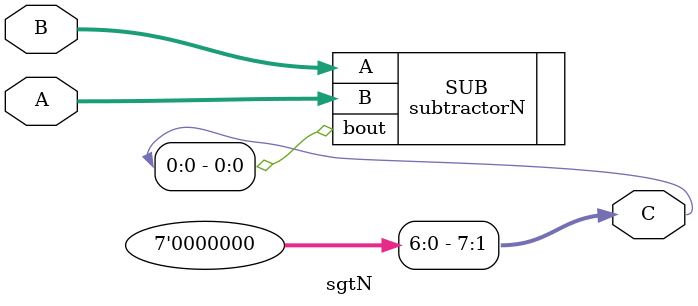
<source format=v>
`timescale 1ns / 1ps


module sgtN #(parameter N = 8)(
    input wire [N-1:0] A, B,
    output wire [N-1:0] C
    );
    
    assign C[N-1:1] = {(N-1){1'b0}};
    subtractorN #(.N(N)) SUB(.A(B),.B(A),.bout(C[0]));
endmodule

</source>
